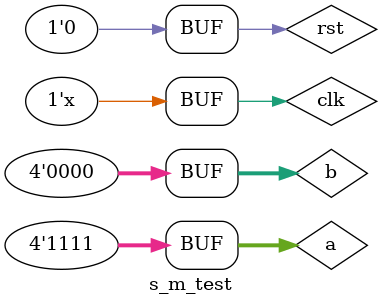
<source format=v>
`timescale 1ns / 1ps


module s_m_test;

	// Inputs
	reg clk;
	reg rst;
	reg [3:0] a;
	reg [3:0] b;

	// Outputs
	wire [7:0] P;

	// Instantiate the Unit Under Test (UUT)
	s_m uut (
		.clk(clk), 
		.rst(rst), 
		.a(a), 
		.b(b), 
		.P(P)
	);
always #5 clk = ~clk;
	initial begin
		// Initialize Inputs
			clk=0;
		rst = 1;
		a =0;
		b= 0;
		#6;
		rst =0;
		#57;
		repeat(16) begin
		repeat(15) begin
		rst = 1;
		if(b==15)
		begin
		a = a+1;
		end
		b = b+4'b0001;
		#6;
		rst = 0;
		#54;
		end
		end
		// Add stimulus here

	end
      
endmodule

</source>
